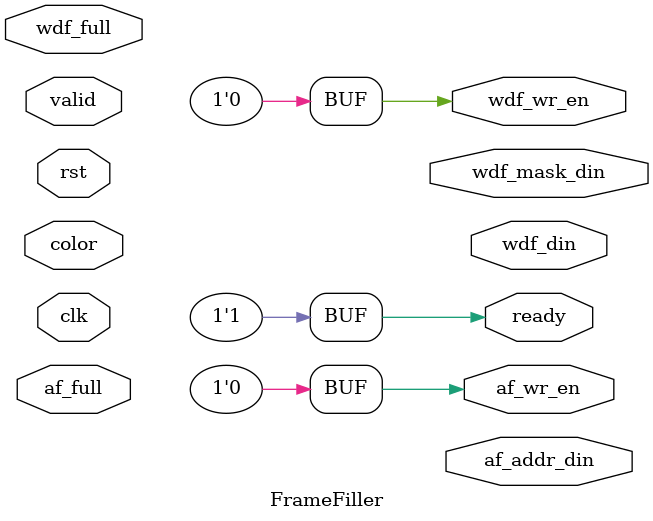
<source format=v>
module FrameFiller(
    //system:
    input             clk,
    input             rst,
    // fill control:
    input             valid,
    input [23:0]      color,
    // ddr2 fifo control:
    input             af_full,
    input             wdf_full,
    // ddr2 fifo outputs:
    output [127:0]    wdf_din,
    output            wdf_wr_en,
    output [30:0]     af_addr_din,
    output            af_wr_en,
    output [15:0]     wdf_mask_din,
    // handshaking:
    output            ready);

    // Implement your FrameFiller here

    // Remove these when you implement the frame filler
    assign wdf_wr_en = 1'b0;
    assign af_wr_en  = 1'b0;
    assign ready     = 1'b1;

endmodule

</source>
